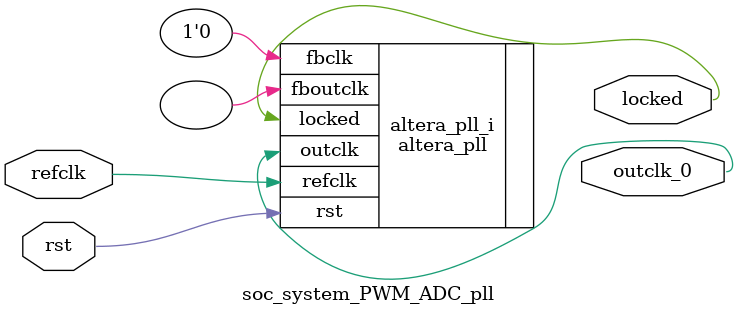
<source format=v>
`timescale 1ns/10ps
module  soc_system_PWM_ADC_pll(

	// interface 'refclk'
	input wire refclk,

	// interface 'reset'
	input wire rst,

	// interface 'outclk0'
	output wire outclk_0,

	// interface 'locked'
	output wire locked
);

	altera_pll #(
		.fractional_vco_multiplier("false"),
		.reference_clock_frequency("50.0 MHz"),
		.operation_mode("normal"),
		.number_of_clocks(1),
		.output_clock_frequency0("100.000000 MHz"),
		.phase_shift0("0 ps"),
		.duty_cycle0(50),
		.output_clock_frequency1("0 MHz"),
		.phase_shift1("0 ps"),
		.duty_cycle1(50),
		.output_clock_frequency2("0 MHz"),
		.phase_shift2("0 ps"),
		.duty_cycle2(50),
		.output_clock_frequency3("0 MHz"),
		.phase_shift3("0 ps"),
		.duty_cycle3(50),
		.output_clock_frequency4("0 MHz"),
		.phase_shift4("0 ps"),
		.duty_cycle4(50),
		.output_clock_frequency5("0 MHz"),
		.phase_shift5("0 ps"),
		.duty_cycle5(50),
		.output_clock_frequency6("0 MHz"),
		.phase_shift6("0 ps"),
		.duty_cycle6(50),
		.output_clock_frequency7("0 MHz"),
		.phase_shift7("0 ps"),
		.duty_cycle7(50),
		.output_clock_frequency8("0 MHz"),
		.phase_shift8("0 ps"),
		.duty_cycle8(50),
		.output_clock_frequency9("0 MHz"),
		.phase_shift9("0 ps"),
		.duty_cycle9(50),
		.output_clock_frequency10("0 MHz"),
		.phase_shift10("0 ps"),
		.duty_cycle10(50),
		.output_clock_frequency11("0 MHz"),
		.phase_shift11("0 ps"),
		.duty_cycle11(50),
		.output_clock_frequency12("0 MHz"),
		.phase_shift12("0 ps"),
		.duty_cycle12(50),
		.output_clock_frequency13("0 MHz"),
		.phase_shift13("0 ps"),
		.duty_cycle13(50),
		.output_clock_frequency14("0 MHz"),
		.phase_shift14("0 ps"),
		.duty_cycle14(50),
		.output_clock_frequency15("0 MHz"),
		.phase_shift15("0 ps"),
		.duty_cycle15(50),
		.output_clock_frequency16("0 MHz"),
		.phase_shift16("0 ps"),
		.duty_cycle16(50),
		.output_clock_frequency17("0 MHz"),
		.phase_shift17("0 ps"),
		.duty_cycle17(50),
		.pll_type("General"),
		.pll_subtype("General")
	) altera_pll_i (
		.rst	(rst),
		.outclk	({outclk_0}),
		.locked	(locked),
		.fboutclk	( ),
		.fbclk	(1'b0),
		.refclk	(refclk)
	);
endmodule


</source>
